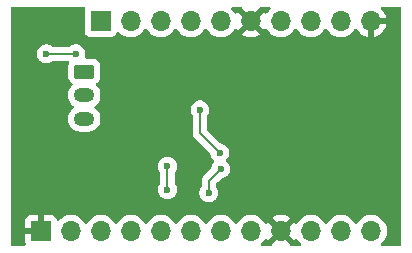
<source format=gbr>
%TF.GenerationSoftware,KiCad,Pcbnew,9.0.0*%
%TF.CreationDate,2025-04-10T19:53:04-06:00*%
%TF.ProjectId,WakeCircuit,57616b65-4369-4726-9375-69742e6b6963,rev?*%
%TF.SameCoordinates,Original*%
%TF.FileFunction,Copper,L2,Bot*%
%TF.FilePolarity,Positive*%
%FSLAX46Y46*%
G04 Gerber Fmt 4.6, Leading zero omitted, Abs format (unit mm)*
G04 Created by KiCad (PCBNEW 9.0.0) date 2025-04-10 19:53:04*
%MOMM*%
%LPD*%
G01*
G04 APERTURE LIST*
G04 Aperture macros list*
%AMRoundRect*
0 Rectangle with rounded corners*
0 $1 Rounding radius*
0 $2 $3 $4 $5 $6 $7 $8 $9 X,Y pos of 4 corners*
0 Add a 4 corners polygon primitive as box body*
4,1,4,$2,$3,$4,$5,$6,$7,$8,$9,$2,$3,0*
0 Add four circle primitives for the rounded corners*
1,1,$1+$1,$2,$3*
1,1,$1+$1,$4,$5*
1,1,$1+$1,$6,$7*
1,1,$1+$1,$8,$9*
0 Add four rect primitives between the rounded corners*
20,1,$1+$1,$2,$3,$4,$5,0*
20,1,$1+$1,$4,$5,$6,$7,0*
20,1,$1+$1,$6,$7,$8,$9,0*
20,1,$1+$1,$8,$9,$2,$3,0*%
G04 Aperture macros list end*
%TA.AperFunction,ComponentPad*%
%ADD10R,1.700000X1.700000*%
%TD*%
%TA.AperFunction,ComponentPad*%
%ADD11O,1.700000X1.700000*%
%TD*%
%TA.AperFunction,ComponentPad*%
%ADD12RoundRect,0.250000X-0.625000X0.350000X-0.625000X-0.350000X0.625000X-0.350000X0.625000X0.350000X0*%
%TD*%
%TA.AperFunction,ComponentPad*%
%ADD13O,1.750000X1.200000*%
%TD*%
%TA.AperFunction,ViaPad*%
%ADD14C,0.600000*%
%TD*%
%TA.AperFunction,Conductor*%
%ADD15C,0.200000*%
%TD*%
G04 APERTURE END LIST*
D10*
%TO.P,J2,1,Pin_1*%
%TO.N,+3V3*%
X99600000Y-98475000D03*
D11*
%TO.P,J2,2,Pin_2*%
%TO.N,unconnected-(J2-Pin_2-Pad2)*%
X102140000Y-98475000D03*
%TO.P,J2,3,Pin_3*%
%TO.N,unconnected-(J2-Pin_3-Pad3)*%
X104680000Y-98475000D03*
%TO.P,J2,4,Pin_4*%
%TO.N,unconnected-(J2-Pin_4-Pad4)*%
X107220000Y-98475000D03*
%TO.P,J2,5,Pin_5*%
%TO.N,unconnected-(J2-Pin_5-Pad5)*%
X109760000Y-98475000D03*
%TO.P,J2,6,Pin_6*%
%TO.N,GND*%
X112300000Y-98475000D03*
%TO.P,J2,7,Pin_7*%
%TO.N,unconnected-(J2-Pin_7-Pad7)*%
X114840000Y-98475000D03*
%TO.P,J2,8,Pin_8*%
%TO.N,unconnected-(J2-Pin_8-Pad8)*%
X117380000Y-98475000D03*
%TO.P,J2,9,Pin_9*%
%TO.N,unconnected-(J2-Pin_9-Pad9)*%
X119920000Y-98475000D03*
%TO.P,J2,10,Pin_10*%
%TO.N,GND*%
X122460000Y-98475000D03*
%TD*%
D10*
%TO.P,J1,1,Pin_1*%
%TO.N,GND*%
X94550000Y-116250000D03*
D11*
%TO.P,J1,2,Pin_2*%
%TO.N,unconnected-(J1-Pin_2-Pad2)*%
X97090000Y-116250000D03*
%TO.P,J1,3,Pin_3*%
%TO.N,GPIO_5*%
X99630000Y-116250000D03*
%TO.P,J1,4,Pin_4*%
%TO.N,unconnected-(J1-Pin_4-Pad4)*%
X102170000Y-116250000D03*
%TO.P,J1,5,Pin_5*%
%TO.N,unconnected-(J1-Pin_5-Pad5)*%
X104710000Y-116250000D03*
%TO.P,J1,6,Pin_6*%
%TO.N,unconnected-(J1-Pin_6-Pad6)*%
X107250000Y-116250000D03*
%TO.P,J1,7,Pin_7*%
%TO.N,unconnected-(J1-Pin_7-Pad7)*%
X109790000Y-116250000D03*
%TO.P,J1,8,Pin_8*%
%TO.N,unconnected-(J1-Pin_8-Pad8)*%
X112330000Y-116250000D03*
%TO.P,J1,9,Pin_9*%
%TO.N,GND*%
X114870000Y-116250000D03*
%TO.P,J1,10,Pin_10*%
%TO.N,unconnected-(J1-Pin_10-Pad10)*%
X117410000Y-116250000D03*
%TO.P,J1,11,Pin_11*%
%TO.N,GPIO_1*%
X119950000Y-116250000D03*
%TO.P,J1,12,Pin_12*%
%TO.N,unconnected-(J1-Pin_12-Pad12)*%
X122490000Y-116250000D03*
%TD*%
D12*
%TO.P,J4,1,Pin_1*%
%TO.N,LDR_SIG*%
X98200000Y-102750000D03*
D13*
%TO.P,J4,2,Pin_2*%
%TO.N,GPIO_1*%
X98200000Y-104750000D03*
%TO.P,J4,3,Pin_3*%
%TO.N,+3V3*%
X98200000Y-106750000D03*
%TD*%
D14*
%TO.N,GND*%
X103837500Y-102250000D03*
X110000000Y-107850000D03*
X122500000Y-108000000D03*
X101250000Y-110750000D03*
X103250000Y-110750000D03*
X98750000Y-113000000D03*
X105500000Y-103000000D03*
X117250000Y-105500000D03*
X122250000Y-102750000D03*
X118250000Y-107900000D03*
X118250000Y-108500000D03*
X122750000Y-111250000D03*
%TO.N,Net-(U1-IN-)*%
X95000000Y-101250000D03*
X97500000Y-101250000D03*
%TO.N,Net-(D1-A)*%
X105250000Y-110750000D03*
X105250000Y-112750000D03*
%TO.N,GPIO_5*%
X109750000Y-111000000D03*
X108750000Y-113000000D03*
%TO.N,Net-(U1-OUT)*%
X108000000Y-106000000D03*
X109668626Y-109636971D03*
%TD*%
D15*
%TO.N,Net-(U1-IN-)*%
X97500000Y-101250000D02*
X95000000Y-101250000D01*
%TO.N,Net-(D1-A)*%
X105250000Y-112750000D02*
X105250000Y-110750000D01*
%TO.N,GPIO_5*%
X108750000Y-113000000D02*
X108750000Y-112000000D01*
X108750000Y-112000000D02*
X109750000Y-111000000D01*
%TO.N,Net-(U1-OUT)*%
X108000000Y-106000000D02*
X108000000Y-107968345D01*
X108000000Y-107968345D02*
X109668626Y-109636971D01*
%TD*%
%TA.AperFunction,Conductor*%
%TO.N,GND*%
G36*
X98243945Y-97270185D02*
G01*
X98289700Y-97322989D01*
X98299644Y-97392147D01*
X98293088Y-97417833D01*
X98255908Y-97517517D01*
X98249501Y-97577116D01*
X98249500Y-97577135D01*
X98249500Y-99372870D01*
X98249501Y-99372876D01*
X98255908Y-99432483D01*
X98306202Y-99567328D01*
X98306206Y-99567335D01*
X98392452Y-99682544D01*
X98392455Y-99682547D01*
X98507664Y-99768793D01*
X98507671Y-99768797D01*
X98642517Y-99819091D01*
X98642516Y-99819091D01*
X98649444Y-99819835D01*
X98702127Y-99825500D01*
X100497872Y-99825499D01*
X100557483Y-99819091D01*
X100692331Y-99768796D01*
X100807546Y-99682546D01*
X100893796Y-99567331D01*
X100942810Y-99435916D01*
X100984681Y-99379984D01*
X101050145Y-99355566D01*
X101118418Y-99370417D01*
X101146673Y-99391569D01*
X101260213Y-99505109D01*
X101432179Y-99630048D01*
X101432181Y-99630049D01*
X101432184Y-99630051D01*
X101621588Y-99726557D01*
X101823757Y-99792246D01*
X102033713Y-99825500D01*
X102033714Y-99825500D01*
X102246286Y-99825500D01*
X102246287Y-99825500D01*
X102456243Y-99792246D01*
X102658412Y-99726557D01*
X102847816Y-99630051D01*
X102934138Y-99567335D01*
X103019786Y-99505109D01*
X103019788Y-99505106D01*
X103019792Y-99505104D01*
X103170104Y-99354792D01*
X103170106Y-99354788D01*
X103170109Y-99354786D01*
X103295048Y-99182820D01*
X103295047Y-99182820D01*
X103295051Y-99182816D01*
X103299514Y-99174054D01*
X103347488Y-99123259D01*
X103415308Y-99106463D01*
X103481444Y-99128999D01*
X103520486Y-99174056D01*
X103524951Y-99182820D01*
X103649890Y-99354786D01*
X103800213Y-99505109D01*
X103972179Y-99630048D01*
X103972181Y-99630049D01*
X103972184Y-99630051D01*
X104161588Y-99726557D01*
X104363757Y-99792246D01*
X104573713Y-99825500D01*
X104573714Y-99825500D01*
X104786286Y-99825500D01*
X104786287Y-99825500D01*
X104996243Y-99792246D01*
X105198412Y-99726557D01*
X105387816Y-99630051D01*
X105474138Y-99567335D01*
X105559786Y-99505109D01*
X105559788Y-99505106D01*
X105559792Y-99505104D01*
X105710104Y-99354792D01*
X105710106Y-99354788D01*
X105710109Y-99354786D01*
X105835048Y-99182820D01*
X105835047Y-99182820D01*
X105835051Y-99182816D01*
X105839514Y-99174054D01*
X105887488Y-99123259D01*
X105955308Y-99106463D01*
X106021444Y-99128999D01*
X106060486Y-99174056D01*
X106064951Y-99182820D01*
X106189890Y-99354786D01*
X106340213Y-99505109D01*
X106512179Y-99630048D01*
X106512181Y-99630049D01*
X106512184Y-99630051D01*
X106701588Y-99726557D01*
X106903757Y-99792246D01*
X107113713Y-99825500D01*
X107113714Y-99825500D01*
X107326286Y-99825500D01*
X107326287Y-99825500D01*
X107536243Y-99792246D01*
X107738412Y-99726557D01*
X107927816Y-99630051D01*
X108014138Y-99567335D01*
X108099786Y-99505109D01*
X108099788Y-99505106D01*
X108099792Y-99505104D01*
X108250104Y-99354792D01*
X108250106Y-99354788D01*
X108250109Y-99354786D01*
X108375048Y-99182820D01*
X108375047Y-99182820D01*
X108375051Y-99182816D01*
X108379514Y-99174054D01*
X108427488Y-99123259D01*
X108495308Y-99106463D01*
X108561444Y-99128999D01*
X108600486Y-99174056D01*
X108604951Y-99182820D01*
X108729890Y-99354786D01*
X108880213Y-99505109D01*
X109052179Y-99630048D01*
X109052181Y-99630049D01*
X109052184Y-99630051D01*
X109241588Y-99726557D01*
X109443757Y-99792246D01*
X109653713Y-99825500D01*
X109653714Y-99825500D01*
X109866286Y-99825500D01*
X109866287Y-99825500D01*
X110076243Y-99792246D01*
X110278412Y-99726557D01*
X110467816Y-99630051D01*
X110554138Y-99567335D01*
X110639786Y-99505109D01*
X110639788Y-99505106D01*
X110639792Y-99505104D01*
X110790104Y-99354792D01*
X110790106Y-99354788D01*
X110790109Y-99354786D01*
X110875890Y-99236717D01*
X110915051Y-99182816D01*
X110919793Y-99173508D01*
X110967763Y-99122711D01*
X111035583Y-99105911D01*
X111101719Y-99128445D01*
X111140763Y-99173500D01*
X111145373Y-99182547D01*
X111184728Y-99236716D01*
X111817037Y-98604408D01*
X111834075Y-98667993D01*
X111899901Y-98782007D01*
X111992993Y-98875099D01*
X112107007Y-98940925D01*
X112170590Y-98957962D01*
X111538282Y-99590269D01*
X111538282Y-99590270D01*
X111592449Y-99629624D01*
X111781782Y-99726095D01*
X111983870Y-99791757D01*
X112193754Y-99825000D01*
X112406246Y-99825000D01*
X112616127Y-99791757D01*
X112616130Y-99791757D01*
X112818217Y-99726095D01*
X113007554Y-99629622D01*
X113061716Y-99590270D01*
X113061717Y-99590270D01*
X112429408Y-98957962D01*
X112492993Y-98940925D01*
X112607007Y-98875099D01*
X112700099Y-98782007D01*
X112765925Y-98667993D01*
X112782962Y-98604408D01*
X113415270Y-99236717D01*
X113415270Y-99236716D01*
X113454622Y-99182555D01*
X113459232Y-99173507D01*
X113507205Y-99122709D01*
X113575025Y-99105912D01*
X113641161Y-99128447D01*
X113680204Y-99173504D01*
X113684949Y-99182817D01*
X113809890Y-99354786D01*
X113960213Y-99505109D01*
X114132179Y-99630048D01*
X114132181Y-99630049D01*
X114132184Y-99630051D01*
X114321588Y-99726557D01*
X114523757Y-99792246D01*
X114733713Y-99825500D01*
X114733714Y-99825500D01*
X114946286Y-99825500D01*
X114946287Y-99825500D01*
X115156243Y-99792246D01*
X115358412Y-99726557D01*
X115547816Y-99630051D01*
X115634138Y-99567335D01*
X115719786Y-99505109D01*
X115719788Y-99505106D01*
X115719792Y-99505104D01*
X115870104Y-99354792D01*
X115870106Y-99354788D01*
X115870109Y-99354786D01*
X115995048Y-99182820D01*
X115995047Y-99182820D01*
X115995051Y-99182816D01*
X115999514Y-99174054D01*
X116047488Y-99123259D01*
X116115308Y-99106463D01*
X116181444Y-99128999D01*
X116220486Y-99174056D01*
X116224951Y-99182820D01*
X116349890Y-99354786D01*
X116500213Y-99505109D01*
X116672179Y-99630048D01*
X116672181Y-99630049D01*
X116672184Y-99630051D01*
X116861588Y-99726557D01*
X117063757Y-99792246D01*
X117273713Y-99825500D01*
X117273714Y-99825500D01*
X117486286Y-99825500D01*
X117486287Y-99825500D01*
X117696243Y-99792246D01*
X117898412Y-99726557D01*
X118087816Y-99630051D01*
X118174138Y-99567335D01*
X118259786Y-99505109D01*
X118259788Y-99505106D01*
X118259792Y-99505104D01*
X118410104Y-99354792D01*
X118410106Y-99354788D01*
X118410109Y-99354786D01*
X118535048Y-99182820D01*
X118535047Y-99182820D01*
X118535051Y-99182816D01*
X118539514Y-99174054D01*
X118587488Y-99123259D01*
X118655308Y-99106463D01*
X118721444Y-99128999D01*
X118760486Y-99174056D01*
X118764951Y-99182820D01*
X118889890Y-99354786D01*
X119040213Y-99505109D01*
X119212179Y-99630048D01*
X119212181Y-99630049D01*
X119212184Y-99630051D01*
X119401588Y-99726557D01*
X119603757Y-99792246D01*
X119813713Y-99825500D01*
X119813714Y-99825500D01*
X120026286Y-99825500D01*
X120026287Y-99825500D01*
X120236243Y-99792246D01*
X120438412Y-99726557D01*
X120627816Y-99630051D01*
X120714138Y-99567335D01*
X120799786Y-99505109D01*
X120799788Y-99505106D01*
X120799792Y-99505104D01*
X120950104Y-99354792D01*
X120950106Y-99354788D01*
X120950109Y-99354786D01*
X121035890Y-99236717D01*
X121075051Y-99182816D01*
X121079793Y-99173508D01*
X121127763Y-99122711D01*
X121195583Y-99105911D01*
X121261719Y-99128445D01*
X121300763Y-99173500D01*
X121305377Y-99182555D01*
X121430272Y-99354459D01*
X121430276Y-99354464D01*
X121580535Y-99504723D01*
X121580540Y-99504727D01*
X121752442Y-99629620D01*
X121941782Y-99726095D01*
X122143871Y-99791757D01*
X122210000Y-99802231D01*
X122210000Y-98908012D01*
X122267007Y-98940925D01*
X122394174Y-98975000D01*
X122525826Y-98975000D01*
X122652993Y-98940925D01*
X122710000Y-98908012D01*
X122710000Y-99802230D01*
X122776126Y-99791757D01*
X122776129Y-99791757D01*
X122978217Y-99726095D01*
X123167557Y-99629620D01*
X123339459Y-99504727D01*
X123339464Y-99504723D01*
X123489723Y-99354464D01*
X123489727Y-99354459D01*
X123614620Y-99182557D01*
X123711095Y-98993217D01*
X123776757Y-98791129D01*
X123776757Y-98791126D01*
X123787231Y-98725000D01*
X122893012Y-98725000D01*
X122925925Y-98667993D01*
X122960000Y-98540826D01*
X122960000Y-98409174D01*
X122925925Y-98282007D01*
X122893012Y-98225000D01*
X123787231Y-98225000D01*
X123776757Y-98158873D01*
X123776757Y-98158870D01*
X123711095Y-97956782D01*
X123614620Y-97767442D01*
X123489727Y-97595540D01*
X123489723Y-97595535D01*
X123356369Y-97462181D01*
X123322884Y-97400858D01*
X123327868Y-97331166D01*
X123369740Y-97275233D01*
X123435204Y-97250816D01*
X123444050Y-97250500D01*
X124875500Y-97250500D01*
X124942539Y-97270185D01*
X124988294Y-97322989D01*
X124999500Y-97374500D01*
X124999500Y-117375500D01*
X124979815Y-117442539D01*
X124927011Y-117488294D01*
X124875500Y-117499500D01*
X123449029Y-117499500D01*
X123381990Y-117479815D01*
X123336235Y-117427011D01*
X123326291Y-117357853D01*
X123355316Y-117294297D01*
X123368493Y-117281214D01*
X123369789Y-117280106D01*
X123369788Y-117280106D01*
X123369792Y-117280104D01*
X123520104Y-117129792D01*
X123520106Y-117129788D01*
X123520109Y-117129786D01*
X123645048Y-116957820D01*
X123645047Y-116957820D01*
X123645051Y-116957816D01*
X123741557Y-116768412D01*
X123807246Y-116566243D01*
X123840500Y-116356287D01*
X123840500Y-116143713D01*
X123807246Y-115933757D01*
X123741557Y-115731588D01*
X123645051Y-115542184D01*
X123645049Y-115542181D01*
X123645048Y-115542179D01*
X123520109Y-115370213D01*
X123369786Y-115219890D01*
X123197820Y-115094951D01*
X123008414Y-114998444D01*
X123008413Y-114998443D01*
X123008412Y-114998443D01*
X122806243Y-114932754D01*
X122806241Y-114932753D01*
X122806240Y-114932753D01*
X122644957Y-114907208D01*
X122596287Y-114899500D01*
X122383713Y-114899500D01*
X122335042Y-114907208D01*
X122173760Y-114932753D01*
X121971585Y-114998444D01*
X121782179Y-115094951D01*
X121610213Y-115219890D01*
X121459890Y-115370213D01*
X121334949Y-115542182D01*
X121330484Y-115550946D01*
X121282509Y-115601742D01*
X121214688Y-115618536D01*
X121148553Y-115595998D01*
X121109516Y-115550946D01*
X121105050Y-115542182D01*
X120980109Y-115370213D01*
X120829786Y-115219890D01*
X120657820Y-115094951D01*
X120468414Y-114998444D01*
X120468413Y-114998443D01*
X120468412Y-114998443D01*
X120266243Y-114932754D01*
X120266241Y-114932753D01*
X120266240Y-114932753D01*
X120104957Y-114907208D01*
X120056287Y-114899500D01*
X119843713Y-114899500D01*
X119795042Y-114907208D01*
X119633760Y-114932753D01*
X119431585Y-114998444D01*
X119242179Y-115094951D01*
X119070213Y-115219890D01*
X118919890Y-115370213D01*
X118794949Y-115542182D01*
X118790484Y-115550946D01*
X118742509Y-115601742D01*
X118674688Y-115618536D01*
X118608553Y-115595998D01*
X118569516Y-115550946D01*
X118565050Y-115542182D01*
X118440109Y-115370213D01*
X118289786Y-115219890D01*
X118117820Y-115094951D01*
X117928414Y-114998444D01*
X117928413Y-114998443D01*
X117928412Y-114998443D01*
X117726243Y-114932754D01*
X117726241Y-114932753D01*
X117726240Y-114932753D01*
X117564957Y-114907208D01*
X117516287Y-114899500D01*
X117303713Y-114899500D01*
X117255042Y-114907208D01*
X117093760Y-114932753D01*
X116891585Y-114998444D01*
X116702179Y-115094951D01*
X116530213Y-115219890D01*
X116379890Y-115370213D01*
X116254949Y-115542182D01*
X116250202Y-115551499D01*
X116202227Y-115602293D01*
X116134405Y-115619087D01*
X116068271Y-115596548D01*
X116029234Y-115551495D01*
X116024626Y-115542452D01*
X115985270Y-115488282D01*
X115985269Y-115488282D01*
X115352962Y-116120590D01*
X115335925Y-116057007D01*
X115270099Y-115942993D01*
X115177007Y-115849901D01*
X115062993Y-115784075D01*
X114999409Y-115767037D01*
X115631716Y-115134728D01*
X115577550Y-115095375D01*
X115388217Y-114998904D01*
X115186129Y-114933242D01*
X114976246Y-114900000D01*
X114763754Y-114900000D01*
X114553872Y-114933242D01*
X114553869Y-114933242D01*
X114351782Y-114998904D01*
X114162439Y-115095380D01*
X114108282Y-115134727D01*
X114108282Y-115134728D01*
X114740591Y-115767037D01*
X114677007Y-115784075D01*
X114562993Y-115849901D01*
X114469901Y-115942993D01*
X114404075Y-116057007D01*
X114387037Y-116120591D01*
X113754728Y-115488282D01*
X113754727Y-115488282D01*
X113715380Y-115542440D01*
X113715376Y-115542446D01*
X113710760Y-115551505D01*
X113662781Y-115602297D01*
X113594959Y-115619087D01*
X113528826Y-115596543D01*
X113489794Y-115551493D01*
X113485051Y-115542184D01*
X113485049Y-115542181D01*
X113485048Y-115542179D01*
X113360109Y-115370213D01*
X113209786Y-115219890D01*
X113037820Y-115094951D01*
X112848414Y-114998444D01*
X112848413Y-114998443D01*
X112848412Y-114998443D01*
X112646243Y-114932754D01*
X112646241Y-114932753D01*
X112646240Y-114932753D01*
X112484957Y-114907208D01*
X112436287Y-114899500D01*
X112223713Y-114899500D01*
X112175042Y-114907208D01*
X112013760Y-114932753D01*
X111811585Y-114998444D01*
X111622179Y-115094951D01*
X111450213Y-115219890D01*
X111299890Y-115370213D01*
X111174949Y-115542182D01*
X111170484Y-115550946D01*
X111122509Y-115601742D01*
X111054688Y-115618536D01*
X110988553Y-115595998D01*
X110949516Y-115550946D01*
X110945050Y-115542182D01*
X110820109Y-115370213D01*
X110669786Y-115219890D01*
X110497820Y-115094951D01*
X110308414Y-114998444D01*
X110308413Y-114998443D01*
X110308412Y-114998443D01*
X110106243Y-114932754D01*
X110106241Y-114932753D01*
X110106240Y-114932753D01*
X109944957Y-114907208D01*
X109896287Y-114899500D01*
X109683713Y-114899500D01*
X109635042Y-114907208D01*
X109473760Y-114932753D01*
X109271585Y-114998444D01*
X109082179Y-115094951D01*
X108910213Y-115219890D01*
X108759890Y-115370213D01*
X108634949Y-115542182D01*
X108630484Y-115550946D01*
X108582509Y-115601742D01*
X108514688Y-115618536D01*
X108448553Y-115595998D01*
X108409516Y-115550946D01*
X108405050Y-115542182D01*
X108280109Y-115370213D01*
X108129786Y-115219890D01*
X107957820Y-115094951D01*
X107768414Y-114998444D01*
X107768413Y-114998443D01*
X107768412Y-114998443D01*
X107566243Y-114932754D01*
X107566241Y-114932753D01*
X107566240Y-114932753D01*
X107404957Y-114907208D01*
X107356287Y-114899500D01*
X107143713Y-114899500D01*
X107095042Y-114907208D01*
X106933760Y-114932753D01*
X106731585Y-114998444D01*
X106542179Y-115094951D01*
X106370213Y-115219890D01*
X106219890Y-115370213D01*
X106094949Y-115542182D01*
X106090484Y-115550946D01*
X106042509Y-115601742D01*
X105974688Y-115618536D01*
X105908553Y-115595998D01*
X105869516Y-115550946D01*
X105865050Y-115542182D01*
X105740109Y-115370213D01*
X105589786Y-115219890D01*
X105417820Y-115094951D01*
X105228414Y-114998444D01*
X105228413Y-114998443D01*
X105228412Y-114998443D01*
X105026243Y-114932754D01*
X105026241Y-114932753D01*
X105026240Y-114932753D01*
X104864957Y-114907208D01*
X104816287Y-114899500D01*
X104603713Y-114899500D01*
X104555042Y-114907208D01*
X104393760Y-114932753D01*
X104191585Y-114998444D01*
X104002179Y-115094951D01*
X103830213Y-115219890D01*
X103679890Y-115370213D01*
X103554949Y-115542182D01*
X103550484Y-115550946D01*
X103502509Y-115601742D01*
X103434688Y-115618536D01*
X103368553Y-115595998D01*
X103329516Y-115550946D01*
X103325050Y-115542182D01*
X103200109Y-115370213D01*
X103049786Y-115219890D01*
X102877820Y-115094951D01*
X102688414Y-114998444D01*
X102688413Y-114998443D01*
X102688412Y-114998443D01*
X102486243Y-114932754D01*
X102486241Y-114932753D01*
X102486240Y-114932753D01*
X102324957Y-114907208D01*
X102276287Y-114899500D01*
X102063713Y-114899500D01*
X102015042Y-114907208D01*
X101853760Y-114932753D01*
X101651585Y-114998444D01*
X101462179Y-115094951D01*
X101290213Y-115219890D01*
X101139890Y-115370213D01*
X101014949Y-115542182D01*
X101010484Y-115550946D01*
X100962509Y-115601742D01*
X100894688Y-115618536D01*
X100828553Y-115595998D01*
X100789516Y-115550946D01*
X100785050Y-115542182D01*
X100660109Y-115370213D01*
X100509786Y-115219890D01*
X100337820Y-115094951D01*
X100148414Y-114998444D01*
X100148413Y-114998443D01*
X100148412Y-114998443D01*
X99946243Y-114932754D01*
X99946241Y-114932753D01*
X99946240Y-114932753D01*
X99784957Y-114907208D01*
X99736287Y-114899500D01*
X99523713Y-114899500D01*
X99475042Y-114907208D01*
X99313760Y-114932753D01*
X99111585Y-114998444D01*
X98922179Y-115094951D01*
X98750213Y-115219890D01*
X98599890Y-115370213D01*
X98474949Y-115542182D01*
X98470484Y-115550946D01*
X98422509Y-115601742D01*
X98354688Y-115618536D01*
X98288553Y-115595998D01*
X98249516Y-115550946D01*
X98245050Y-115542182D01*
X98120109Y-115370213D01*
X97969786Y-115219890D01*
X97797820Y-115094951D01*
X97608414Y-114998444D01*
X97608413Y-114998443D01*
X97608412Y-114998443D01*
X97406243Y-114932754D01*
X97406241Y-114932753D01*
X97406240Y-114932753D01*
X97244957Y-114907208D01*
X97196287Y-114899500D01*
X96983713Y-114899500D01*
X96935042Y-114907208D01*
X96773760Y-114932753D01*
X96571585Y-114998444D01*
X96382179Y-115094951D01*
X96210215Y-115219889D01*
X96096285Y-115333819D01*
X96034962Y-115367303D01*
X95965270Y-115362319D01*
X95909337Y-115320447D01*
X95892422Y-115289470D01*
X95843354Y-115157913D01*
X95843350Y-115157906D01*
X95757190Y-115042812D01*
X95757187Y-115042809D01*
X95642093Y-114956649D01*
X95642086Y-114956645D01*
X95507379Y-114906403D01*
X95507372Y-114906401D01*
X95447844Y-114900000D01*
X94800000Y-114900000D01*
X94800000Y-115816988D01*
X94742993Y-115784075D01*
X94615826Y-115750000D01*
X94484174Y-115750000D01*
X94357007Y-115784075D01*
X94300000Y-115816988D01*
X94300000Y-114900000D01*
X93652155Y-114900000D01*
X93592627Y-114906401D01*
X93592620Y-114906403D01*
X93457913Y-114956645D01*
X93457906Y-114956649D01*
X93342812Y-115042809D01*
X93342809Y-115042812D01*
X93256649Y-115157906D01*
X93256645Y-115157913D01*
X93206403Y-115292620D01*
X93206401Y-115292627D01*
X93200000Y-115352155D01*
X93200000Y-116000000D01*
X94116988Y-116000000D01*
X94084075Y-116057007D01*
X94050000Y-116184174D01*
X94050000Y-116315826D01*
X94084075Y-116442993D01*
X94116988Y-116500000D01*
X93200000Y-116500000D01*
X93200000Y-117147844D01*
X93206401Y-117207372D01*
X93206403Y-117207379D01*
X93252946Y-117332167D01*
X93257930Y-117401858D01*
X93224445Y-117463182D01*
X93163122Y-117496666D01*
X93136764Y-117499500D01*
X92124500Y-117499500D01*
X92057461Y-117479815D01*
X92011706Y-117427011D01*
X92000500Y-117375500D01*
X92000500Y-110671153D01*
X104449500Y-110671153D01*
X104449500Y-110828846D01*
X104480261Y-110983489D01*
X104480264Y-110983501D01*
X104540602Y-111129172D01*
X104540609Y-111129185D01*
X104628602Y-111260874D01*
X104649480Y-111327551D01*
X104649500Y-111329765D01*
X104649500Y-112170234D01*
X104629815Y-112237273D01*
X104628602Y-112239125D01*
X104540609Y-112370814D01*
X104540602Y-112370827D01*
X104480264Y-112516498D01*
X104480261Y-112516510D01*
X104449500Y-112671153D01*
X104449500Y-112828846D01*
X104480261Y-112983489D01*
X104480264Y-112983501D01*
X104540602Y-113129172D01*
X104540609Y-113129185D01*
X104628210Y-113260288D01*
X104628213Y-113260292D01*
X104739707Y-113371786D01*
X104739711Y-113371789D01*
X104870814Y-113459390D01*
X104870827Y-113459397D01*
X105016498Y-113519735D01*
X105016503Y-113519737D01*
X105171153Y-113550499D01*
X105171156Y-113550500D01*
X105171158Y-113550500D01*
X105328844Y-113550500D01*
X105328845Y-113550499D01*
X105483497Y-113519737D01*
X105629179Y-113459394D01*
X105760289Y-113371789D01*
X105871789Y-113260289D01*
X105959394Y-113129179D01*
X106019737Y-112983497D01*
X106050500Y-112828842D01*
X106050500Y-112671158D01*
X106050500Y-112671155D01*
X106050499Y-112671153D01*
X106019738Y-112516510D01*
X106019737Y-112516503D01*
X106019735Y-112516498D01*
X105959397Y-112370827D01*
X105959390Y-112370814D01*
X105871398Y-112239125D01*
X105850520Y-112172447D01*
X105850500Y-112170234D01*
X105850500Y-111329765D01*
X105870185Y-111262726D01*
X105871398Y-111260874D01*
X105959390Y-111129185D01*
X105959390Y-111129184D01*
X105959394Y-111129179D01*
X106019737Y-110983497D01*
X106050500Y-110828842D01*
X106050500Y-110671158D01*
X106050500Y-110671155D01*
X106050499Y-110671153D01*
X106019738Y-110516510D01*
X106019737Y-110516503D01*
X106019735Y-110516498D01*
X105959397Y-110370827D01*
X105959390Y-110370814D01*
X105871789Y-110239711D01*
X105871786Y-110239707D01*
X105760292Y-110128213D01*
X105760288Y-110128210D01*
X105629185Y-110040609D01*
X105629172Y-110040602D01*
X105483501Y-109980264D01*
X105483489Y-109980261D01*
X105328845Y-109949500D01*
X105328842Y-109949500D01*
X105171158Y-109949500D01*
X105171155Y-109949500D01*
X105016510Y-109980261D01*
X105016498Y-109980264D01*
X104870827Y-110040602D01*
X104870814Y-110040609D01*
X104739711Y-110128210D01*
X104739707Y-110128213D01*
X104628213Y-110239707D01*
X104628210Y-110239711D01*
X104540609Y-110370814D01*
X104540602Y-110370827D01*
X104480264Y-110516498D01*
X104480261Y-110516510D01*
X104449500Y-110671153D01*
X92000500Y-110671153D01*
X92000500Y-101171153D01*
X94199500Y-101171153D01*
X94199500Y-101328846D01*
X94230261Y-101483489D01*
X94230264Y-101483501D01*
X94290602Y-101629172D01*
X94290609Y-101629185D01*
X94378210Y-101760288D01*
X94378213Y-101760292D01*
X94489707Y-101871786D01*
X94489711Y-101871789D01*
X94620814Y-101959390D01*
X94620827Y-101959397D01*
X94699894Y-101992147D01*
X94766503Y-102019737D01*
X94921153Y-102050499D01*
X94921156Y-102050500D01*
X94921158Y-102050500D01*
X95078844Y-102050500D01*
X95078845Y-102050499D01*
X95233497Y-102019737D01*
X95379179Y-101959394D01*
X95433663Y-101922989D01*
X95510875Y-101871398D01*
X95577553Y-101850520D01*
X95579766Y-101850500D01*
X96809979Y-101850500D01*
X96877018Y-101870185D01*
X96922773Y-101922989D01*
X96932717Y-101992147D01*
X96915518Y-102039594D01*
X96905158Y-102056391D01*
X96890187Y-102080663D01*
X96890186Y-102080666D01*
X96835001Y-102247203D01*
X96835001Y-102247204D01*
X96835000Y-102247204D01*
X96824500Y-102349983D01*
X96824500Y-103150001D01*
X96824501Y-103150019D01*
X96835000Y-103252796D01*
X96835001Y-103252799D01*
X96890185Y-103419331D01*
X96890186Y-103419334D01*
X96982288Y-103568656D01*
X97106344Y-103692712D01*
X97170543Y-103732310D01*
X97217268Y-103784258D01*
X97228489Y-103853221D01*
X97200646Y-103917303D01*
X97193128Y-103925530D01*
X97085585Y-104033073D01*
X96983768Y-104173211D01*
X96905128Y-104327552D01*
X96851597Y-104492302D01*
X96824500Y-104663389D01*
X96824500Y-104836611D01*
X96851598Y-105007701D01*
X96905127Y-105172445D01*
X96983768Y-105326788D01*
X97085586Y-105466928D01*
X97208072Y-105589414D01*
X97208078Y-105589418D01*
X97291023Y-105649683D01*
X97333689Y-105705013D01*
X97339667Y-105774626D01*
X97307061Y-105836421D01*
X97291023Y-105850317D01*
X97208078Y-105910581D01*
X97208069Y-105910588D01*
X97085588Y-106033069D01*
X97085588Y-106033070D01*
X97085586Y-106033072D01*
X97052332Y-106078842D01*
X96983768Y-106173211D01*
X96905128Y-106327552D01*
X96851597Y-106492302D01*
X96824500Y-106663389D01*
X96824500Y-106836611D01*
X96851598Y-107007701D01*
X96905127Y-107172445D01*
X96983768Y-107326788D01*
X97085586Y-107466928D01*
X97208072Y-107589414D01*
X97348212Y-107691232D01*
X97502555Y-107769873D01*
X97667299Y-107823402D01*
X97838389Y-107850500D01*
X97838390Y-107850500D01*
X98561610Y-107850500D01*
X98561611Y-107850500D01*
X98732701Y-107823402D01*
X98897445Y-107769873D01*
X99051788Y-107691232D01*
X99191928Y-107589414D01*
X99314414Y-107466928D01*
X99416232Y-107326788D01*
X99494873Y-107172445D01*
X99548402Y-107007701D01*
X99575500Y-106836611D01*
X99575500Y-106663389D01*
X99548402Y-106492299D01*
X99494873Y-106327555D01*
X99416232Y-106173212D01*
X99314414Y-106033072D01*
X99202495Y-105921153D01*
X107199500Y-105921153D01*
X107199500Y-106078846D01*
X107230261Y-106233489D01*
X107230264Y-106233501D01*
X107290602Y-106379172D01*
X107290609Y-106379185D01*
X107378602Y-106510874D01*
X107399480Y-106577551D01*
X107399500Y-106579765D01*
X107399500Y-107881675D01*
X107399499Y-107881693D01*
X107399499Y-108047399D01*
X107399498Y-108047399D01*
X107440423Y-108200130D01*
X107469358Y-108250245D01*
X107469359Y-108250249D01*
X107469360Y-108250249D01*
X107519479Y-108337059D01*
X107519481Y-108337062D01*
X107638349Y-108455930D01*
X107638355Y-108455935D01*
X108834051Y-109651631D01*
X108867536Y-109712954D01*
X108867987Y-109715120D01*
X108898887Y-109870462D01*
X108898890Y-109870472D01*
X108959228Y-110016143D01*
X108959235Y-110016156D01*
X109046836Y-110147259D01*
X109046839Y-110147263D01*
X109158333Y-110258757D01*
X109162876Y-110262485D01*
X109202213Y-110320229D01*
X109204087Y-110390073D01*
X109171898Y-110446022D01*
X109128214Y-110489706D01*
X109128210Y-110489711D01*
X109040609Y-110620814D01*
X109040602Y-110620827D01*
X108980264Y-110766498D01*
X108980261Y-110766508D01*
X108949362Y-110921848D01*
X108916977Y-110983759D01*
X108915426Y-110985337D01*
X108381286Y-111519478D01*
X108269481Y-111631282D01*
X108269479Y-111631285D01*
X108224385Y-111709392D01*
X108224384Y-111709393D01*
X108190423Y-111768214D01*
X108190423Y-111768215D01*
X108149499Y-111920943D01*
X108149499Y-111920945D01*
X108149499Y-112089046D01*
X108149500Y-112089059D01*
X108149500Y-112420234D01*
X108129815Y-112487273D01*
X108128602Y-112489125D01*
X108040609Y-112620814D01*
X108040602Y-112620827D01*
X107980264Y-112766498D01*
X107980261Y-112766510D01*
X107949500Y-112921153D01*
X107949500Y-113078846D01*
X107980261Y-113233489D01*
X107980264Y-113233501D01*
X108040602Y-113379172D01*
X108040609Y-113379185D01*
X108128210Y-113510288D01*
X108128213Y-113510292D01*
X108239707Y-113621786D01*
X108239711Y-113621789D01*
X108370814Y-113709390D01*
X108370827Y-113709397D01*
X108516498Y-113769735D01*
X108516503Y-113769737D01*
X108671153Y-113800499D01*
X108671156Y-113800500D01*
X108671158Y-113800500D01*
X108828844Y-113800500D01*
X108828845Y-113800499D01*
X108983497Y-113769737D01*
X109129179Y-113709394D01*
X109260289Y-113621789D01*
X109371789Y-113510289D01*
X109459394Y-113379179D01*
X109519737Y-113233497D01*
X109550500Y-113078842D01*
X109550500Y-112921158D01*
X109550500Y-112921155D01*
X109550499Y-112921153D01*
X109519738Y-112766510D01*
X109519737Y-112766503D01*
X109480242Y-112671153D01*
X109459397Y-112620827D01*
X109459390Y-112620814D01*
X109371398Y-112489125D01*
X109365747Y-112471078D01*
X109355523Y-112455169D01*
X109351071Y-112424207D01*
X109350520Y-112422447D01*
X109350500Y-112420234D01*
X109350500Y-112300097D01*
X109370185Y-112233058D01*
X109386819Y-112212416D01*
X109520178Y-112079057D01*
X109764665Y-111834570D01*
X109825984Y-111801088D01*
X109828151Y-111800637D01*
X109828840Y-111800500D01*
X109828842Y-111800500D01*
X109983497Y-111769737D01*
X110129179Y-111709394D01*
X110260289Y-111621789D01*
X110371789Y-111510289D01*
X110459394Y-111379179D01*
X110519737Y-111233497D01*
X110550500Y-111078842D01*
X110550500Y-110921158D01*
X110550500Y-110921155D01*
X110550499Y-110921153D01*
X110519738Y-110766510D01*
X110519738Y-110766508D01*
X110519737Y-110766503D01*
X110480242Y-110671153D01*
X110459397Y-110620827D01*
X110459390Y-110620814D01*
X110371789Y-110489711D01*
X110371786Y-110489707D01*
X110260291Y-110378212D01*
X110255748Y-110374484D01*
X110216411Y-110316740D01*
X110214538Y-110246895D01*
X110246729Y-110190946D01*
X110290412Y-110147263D01*
X110290415Y-110147260D01*
X110378020Y-110016150D01*
X110438363Y-109870468D01*
X110469126Y-109715813D01*
X110469126Y-109558129D01*
X110469126Y-109558126D01*
X110469125Y-109558124D01*
X110438364Y-109403481D01*
X110438363Y-109403474D01*
X110438361Y-109403469D01*
X110378023Y-109257798D01*
X110378016Y-109257785D01*
X110290415Y-109126682D01*
X110290412Y-109126678D01*
X110178918Y-109015184D01*
X110178914Y-109015181D01*
X110047811Y-108927580D01*
X110047798Y-108927573D01*
X109902127Y-108867235D01*
X109902117Y-108867232D01*
X109746777Y-108836333D01*
X109684867Y-108803948D01*
X109683288Y-108802397D01*
X108636819Y-107755928D01*
X108603334Y-107694605D01*
X108600500Y-107668247D01*
X108600500Y-106579765D01*
X108620185Y-106512726D01*
X108621398Y-106510874D01*
X108633808Y-106492302D01*
X108709394Y-106379179D01*
X108769737Y-106233497D01*
X108800500Y-106078842D01*
X108800500Y-105921158D01*
X108800500Y-105921155D01*
X108800499Y-105921153D01*
X108786409Y-105850317D01*
X108769737Y-105766503D01*
X108721349Y-105649682D01*
X108709397Y-105620827D01*
X108709390Y-105620814D01*
X108621789Y-105489711D01*
X108621786Y-105489707D01*
X108510292Y-105378213D01*
X108510288Y-105378210D01*
X108379185Y-105290609D01*
X108379172Y-105290602D01*
X108233501Y-105230264D01*
X108233489Y-105230261D01*
X108078845Y-105199500D01*
X108078842Y-105199500D01*
X107921158Y-105199500D01*
X107921155Y-105199500D01*
X107766510Y-105230261D01*
X107766498Y-105230264D01*
X107620827Y-105290602D01*
X107620814Y-105290609D01*
X107489711Y-105378210D01*
X107489707Y-105378213D01*
X107378213Y-105489707D01*
X107378210Y-105489711D01*
X107290609Y-105620814D01*
X107290602Y-105620827D01*
X107230264Y-105766498D01*
X107230261Y-105766510D01*
X107199500Y-105921153D01*
X99202495Y-105921153D01*
X99191928Y-105910586D01*
X99108975Y-105850317D01*
X99066311Y-105794988D01*
X99060332Y-105725374D01*
X99092938Y-105663579D01*
X99108976Y-105649682D01*
X99191928Y-105589414D01*
X99314414Y-105466928D01*
X99416232Y-105326788D01*
X99494873Y-105172445D01*
X99548402Y-105007701D01*
X99575500Y-104836611D01*
X99575500Y-104663389D01*
X99548402Y-104492299D01*
X99494873Y-104327555D01*
X99416232Y-104173212D01*
X99314414Y-104033072D01*
X99206872Y-103925530D01*
X99173387Y-103864207D01*
X99178371Y-103794515D01*
X99220243Y-103738582D01*
X99229457Y-103732310D01*
X99293656Y-103692712D01*
X99417712Y-103568656D01*
X99509814Y-103419334D01*
X99564999Y-103252797D01*
X99575500Y-103150009D01*
X99575499Y-102349992D01*
X99564999Y-102247203D01*
X99509814Y-102080666D01*
X99417712Y-101931344D01*
X99293656Y-101807288D01*
X99144334Y-101715186D01*
X98977797Y-101660001D01*
X98977795Y-101660000D01*
X98875016Y-101649500D01*
X98875009Y-101649500D01*
X98386555Y-101649500D01*
X98319516Y-101629815D01*
X98273761Y-101577011D01*
X98263817Y-101507853D01*
X98268840Y-101489588D01*
X98267969Y-101489324D01*
X98269731Y-101483509D01*
X98269737Y-101483497D01*
X98300500Y-101328842D01*
X98300500Y-101171158D01*
X98300500Y-101171155D01*
X98300499Y-101171153D01*
X98269738Y-101016510D01*
X98269737Y-101016503D01*
X98269735Y-101016498D01*
X98209397Y-100870827D01*
X98209390Y-100870814D01*
X98121789Y-100739711D01*
X98121786Y-100739707D01*
X98010292Y-100628213D01*
X98010288Y-100628210D01*
X97879185Y-100540609D01*
X97879172Y-100540602D01*
X97733501Y-100480264D01*
X97733489Y-100480261D01*
X97578845Y-100449500D01*
X97578842Y-100449500D01*
X97421158Y-100449500D01*
X97421155Y-100449500D01*
X97266510Y-100480261D01*
X97266498Y-100480264D01*
X97120827Y-100540602D01*
X97120814Y-100540609D01*
X96989125Y-100628602D01*
X96922447Y-100649480D01*
X96920234Y-100649500D01*
X95579766Y-100649500D01*
X95512727Y-100629815D01*
X95510875Y-100628602D01*
X95379185Y-100540609D01*
X95379172Y-100540602D01*
X95233501Y-100480264D01*
X95233489Y-100480261D01*
X95078845Y-100449500D01*
X95078842Y-100449500D01*
X94921158Y-100449500D01*
X94921155Y-100449500D01*
X94766510Y-100480261D01*
X94766498Y-100480264D01*
X94620827Y-100540602D01*
X94620814Y-100540609D01*
X94489711Y-100628210D01*
X94489707Y-100628213D01*
X94378213Y-100739707D01*
X94378210Y-100739711D01*
X94290609Y-100870814D01*
X94290602Y-100870827D01*
X94230264Y-101016498D01*
X94230261Y-101016510D01*
X94199500Y-101171153D01*
X92000500Y-101171153D01*
X92000500Y-97374500D01*
X92020185Y-97307461D01*
X92072989Y-97261706D01*
X92124500Y-97250500D01*
X98176906Y-97250500D01*
X98243945Y-97270185D01*
G37*
%TD.AperFunction*%
%TA.AperFunction,Conductor*%
G36*
X114404075Y-116442993D02*
G01*
X114469901Y-116557007D01*
X114562993Y-116650099D01*
X114677007Y-116715925D01*
X114740590Y-116732962D01*
X114108282Y-117365269D01*
X114108322Y-117365770D01*
X114093958Y-117434147D01*
X114044907Y-117483905D01*
X113984704Y-117499500D01*
X113289029Y-117499500D01*
X113221990Y-117479815D01*
X113176235Y-117427011D01*
X113166291Y-117357853D01*
X113195316Y-117294297D01*
X113208493Y-117281214D01*
X113209789Y-117280106D01*
X113209788Y-117280106D01*
X113209792Y-117280104D01*
X113360104Y-117129792D01*
X113360106Y-117129788D01*
X113360109Y-117129786D01*
X113445890Y-117011717D01*
X113485051Y-116957816D01*
X113489793Y-116948508D01*
X113537763Y-116897711D01*
X113605583Y-116880911D01*
X113671719Y-116903445D01*
X113710763Y-116948500D01*
X113715373Y-116957547D01*
X113754728Y-117011716D01*
X114387037Y-116379408D01*
X114404075Y-116442993D01*
G37*
%TD.AperFunction*%
%TA.AperFunction,Conductor*%
G36*
X115985270Y-117011717D02*
G01*
X115985270Y-117011716D01*
X116024622Y-116957555D01*
X116029232Y-116948507D01*
X116077205Y-116897709D01*
X116145025Y-116880912D01*
X116211161Y-116903447D01*
X116250204Y-116948504D01*
X116254949Y-116957817D01*
X116379890Y-117129786D01*
X116530210Y-117280106D01*
X116531507Y-117281214D01*
X116531862Y-117281758D01*
X116533653Y-117283549D01*
X116533276Y-117283925D01*
X116569698Y-117339723D01*
X116570193Y-117409591D01*
X116532836Y-117468635D01*
X116469488Y-117498110D01*
X116450971Y-117499500D01*
X115755296Y-117499500D01*
X115688257Y-117479815D01*
X115642502Y-117427011D01*
X115631678Y-117365772D01*
X115631717Y-117365270D01*
X114999408Y-116732962D01*
X115062993Y-116715925D01*
X115177007Y-116650099D01*
X115270099Y-116557007D01*
X115335925Y-116442993D01*
X115352962Y-116379408D01*
X115985270Y-117011717D01*
G37*
%TD.AperFunction*%
%TA.AperFunction,Conductor*%
G36*
X111479775Y-97270185D02*
G01*
X111525530Y-97322989D01*
X111530679Y-97352125D01*
X112170591Y-97992037D01*
X112107007Y-98009075D01*
X111992993Y-98074901D01*
X111899901Y-98167993D01*
X111834075Y-98282007D01*
X111817037Y-98345591D01*
X111184728Y-97713282D01*
X111184727Y-97713282D01*
X111145380Y-97767440D01*
X111145376Y-97767446D01*
X111140760Y-97776505D01*
X111092781Y-97827297D01*
X111024959Y-97844087D01*
X110958826Y-97821543D01*
X110919794Y-97776493D01*
X110915051Y-97767184D01*
X110915049Y-97767181D01*
X110915048Y-97767179D01*
X110790109Y-97595213D01*
X110657077Y-97462181D01*
X110623592Y-97400858D01*
X110628576Y-97331166D01*
X110670448Y-97275233D01*
X110735912Y-97250816D01*
X110744758Y-97250500D01*
X111412736Y-97250500D01*
X111479775Y-97270185D01*
G37*
%TD.AperFunction*%
%TA.AperFunction,Conductor*%
G36*
X113922281Y-97270185D02*
G01*
X113968036Y-97322989D01*
X113977980Y-97392147D01*
X113948955Y-97455703D01*
X113942923Y-97462181D01*
X113809894Y-97595209D01*
X113809890Y-97595213D01*
X113684949Y-97767182D01*
X113680202Y-97776499D01*
X113632227Y-97827293D01*
X113564405Y-97844087D01*
X113498271Y-97821548D01*
X113459234Y-97776495D01*
X113454626Y-97767452D01*
X113415270Y-97713282D01*
X113415269Y-97713282D01*
X112782962Y-98345590D01*
X112765925Y-98282007D01*
X112700099Y-98167993D01*
X112607007Y-98074901D01*
X112492993Y-98009075D01*
X112429409Y-97992037D01*
X113070673Y-97350771D01*
X113078009Y-97315852D01*
X113127060Y-97266095D01*
X113187263Y-97250500D01*
X113855242Y-97250500D01*
X113922281Y-97270185D01*
G37*
%TD.AperFunction*%
%TD*%
M02*

</source>
